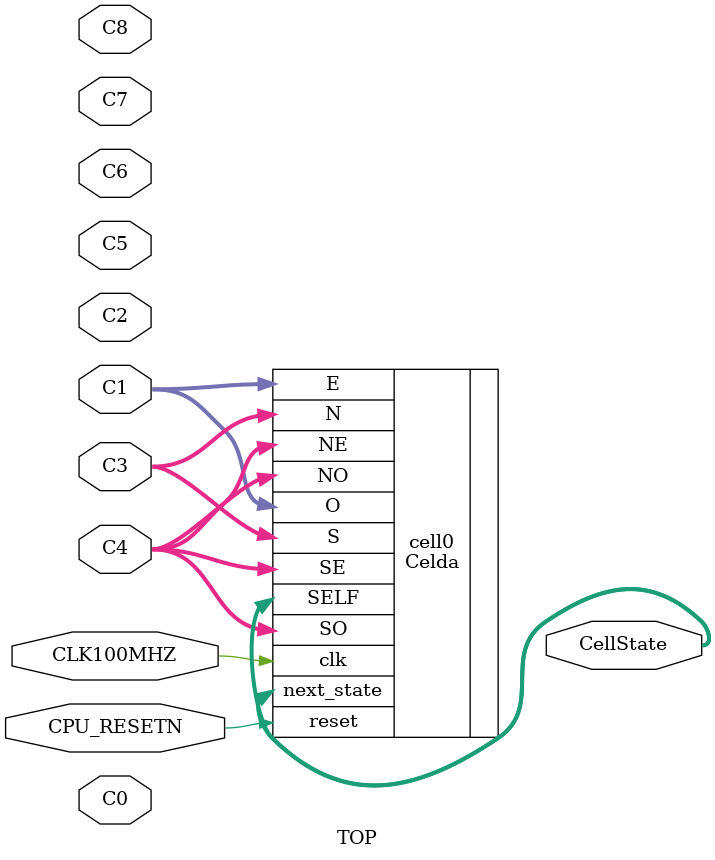
<source format=sv>
`timescale 1ns / 1ps


module TOP(
    input logic CLK100MHZ,
    input logic CPU_RESETN,
    output logic [7:0] CellState,
    
    input  logic  [7:0] C0,C1,C2,C3,C4,C5,C6,C7,C8 //coregir el tamanno de la sennal

    );
    
    
   //logic C0,C1,C2,C3,C4,C5,C6,C7,C8
   
   
   //CELL 0 
   
   Celda     #(.ic('d5)) cell0 ( .next_state(CellState),
                      .NO(C4),
                      .N(C3),
                      .NE(C4),
                                                                 
                      .E(C1),
                      .SELF(CellState),
                      .O(C1),
                      
                      .SO(C4),
                      .S(C3),
                      .SE(C4),
                                                                
                      .clk(CLK100MHZ),
                      .reset(CPU_RESETN)
    ); 
    

    
    

    
    
endmodule

</source>
